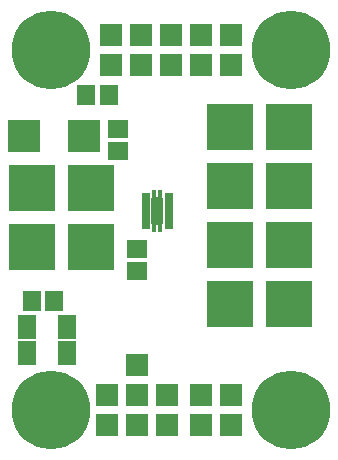
<source format=gbr>
G75*
G70*
%OFA0B0*%
%FSLAX24Y24*%
%IPPOS*%
%LPD*%
%AMOC8*
5,1,8,0,0,1.08239X$1,22.5*
%
%ADD10R,0.0277X0.0190*%
%ADD11R,0.0434X0.0867*%
%ADD12R,0.0178X0.0356*%
%ADD13C,0.0437*%
%ADD14R,0.1580X0.1580*%
%ADD15R,0.0671X0.0592*%
%ADD16R,0.0592X0.0671*%
%ADD17R,0.0730X0.0730*%
%ADD18R,0.1084X0.1064*%
%ADD19R,0.0631X0.0789*%
%ADD20C,0.2620*%
D10*
X005598Y008293D03*
X005598Y008490D03*
X005598Y008687D03*
X005598Y008883D03*
X005598Y009080D03*
X005598Y009277D03*
X006347Y009277D03*
X006347Y009080D03*
X006347Y008883D03*
X006347Y008687D03*
X006347Y008490D03*
X006347Y008293D03*
D11*
X005973Y008785D03*
D12*
X006071Y009316D03*
X005874Y009316D03*
X005874Y008254D03*
X006071Y008254D03*
D13*
X005973Y008509D03*
X005973Y008785D03*
X005973Y009061D03*
D14*
X003754Y009546D03*
X003754Y007577D03*
X001785Y007577D03*
X001785Y009546D03*
X008386Y009609D03*
X008386Y011577D03*
X010355Y011577D03*
X010355Y009609D03*
X010355Y007640D03*
X010355Y005672D03*
X008386Y005672D03*
X008386Y007640D03*
D15*
X005285Y007534D03*
X005285Y006786D03*
X004660Y010786D03*
X004660Y011534D03*
D16*
X004347Y012660D03*
X003598Y012660D03*
X002534Y005785D03*
X001786Y005785D03*
D17*
X004292Y002660D03*
X004292Y001660D03*
X005292Y001660D03*
X005292Y002660D03*
X005292Y003660D03*
X006292Y002660D03*
X006292Y001660D03*
X007410Y001660D03*
X007410Y002660D03*
X008410Y002660D03*
X008410Y001660D03*
X008410Y013660D03*
X008410Y014660D03*
X007410Y014660D03*
X007410Y013660D03*
X006410Y013660D03*
X006410Y014660D03*
X005410Y014660D03*
X005410Y013660D03*
X004410Y013660D03*
X004410Y014660D03*
D18*
X003529Y011285D03*
X001541Y011285D03*
D19*
X001616Y004910D03*
X001616Y004035D03*
X002954Y004035D03*
X002954Y004910D03*
D20*
X002410Y002160D03*
X010410Y002160D03*
X010410Y014160D03*
X002410Y014160D03*
M02*

</source>
